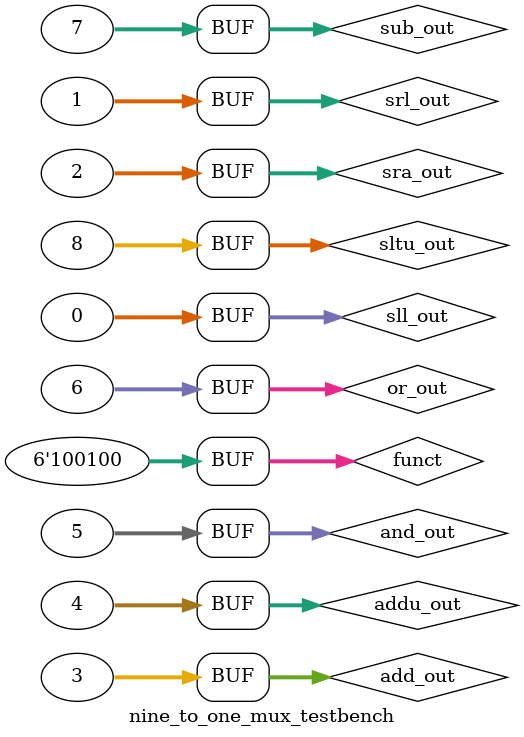
<source format=v>
`define DELAY 20
module nine_to_one_mux_testbench ();

reg [5:0] funct;
reg [31:0] sll_out, srl_out, sra_out, add_out, addu_out, and_out, or_out, sub_out, sltu_out;
wire [31:0] out;

nine_to_one_mux muxtb(funct, sll_out, srl_out, sra_out, add_out, addu_out, and_out, or_out, sub_out, sltu_out, out);

initial begin
	  /*
	  6'b000000 : out = sll_out;
	  6'b000010 : out = srl_out;
	  6'b000011 : out = sra_out;
	  6'b100000 : out = add_out;
	  6'b100001 : out = addu_out;
	  6'b100100 : out = and_out;
	  6'b100101 : out = or_out;
	  6'b100010 : out = sub_out;
	  6'b101011 : out = sltu_out;
	*/
sll_out  = 32'b00000000000000000000000000000000;
srl_out  = 32'b00000000000000000000000000000001;
sra_out  = 32'b00000000000000000000000000000010;
add_out  = 32'b00000000000000000000000000000011;
addu_out = 32'b00000000000000000000000000000100;
and_out  = 32'b00000000000000000000000000000101;
or_out   = 32'b00000000000000000000000000000110;
sub_out  = 32'b00000000000000000000000000000111;
sltu_out = 32'b00000000000000000000000000001000;
funct    =  6'b000000;
#`DELAY;
sll_out  = 32'b00000000000000000000000000000000;
srl_out  = 32'b00000000000000000000000000000001;
sra_out  = 32'b00000000000000000000000000000010;
add_out  = 32'b00000000000000000000000000000011;
addu_out = 32'b00000000000000000000000000000100;
and_out  = 32'b00000000000000000000000000000101;
or_out   = 32'b00000000000000000000000000000110;
sub_out  = 32'b00000000000000000000000000000111;
sltu_out = 32'b00000000000000000000000000001000;
funct    =  6'b100001;
#`DELAY;
sll_out  = 32'b00000000000000000000000000000000;
srl_out  = 32'b00000000000000000000000000000001;
sra_out  = 32'b00000000000000000000000000000010;
add_out  = 32'b00000000000000000000000000000011;
addu_out = 32'b00000000000000000000000000000100;
and_out  = 32'b00000000000000000000000000000101;
or_out   = 32'b00000000000000000000000000000110;
sub_out  = 32'b00000000000000000000000000000111;
sltu_out = 32'b00000000000000000000000000001000;
funct    =  6'b100100;
#`DELAY;

end


initial
begin
$monitor("%6b     \n%32b \n\n", funct, out);
end
 
endmodule

</source>
